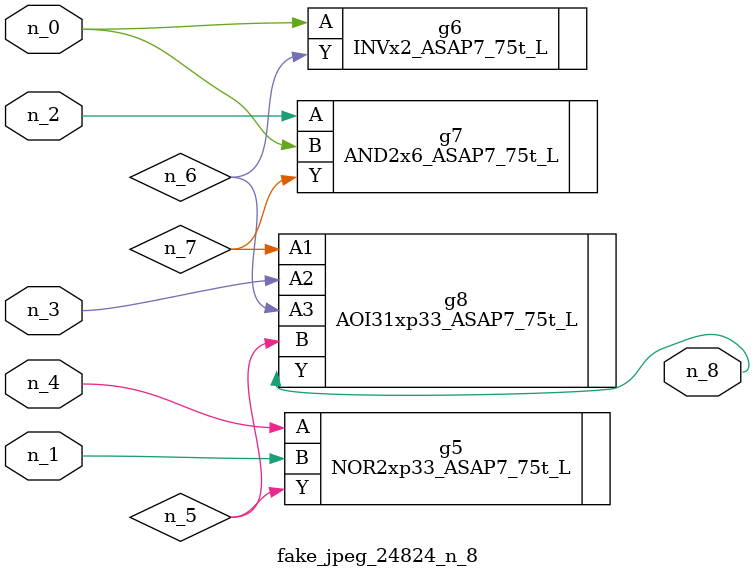
<source format=v>
module fake_jpeg_24824_n_8 (n_3, n_2, n_1, n_0, n_4, n_8);

input n_3;
input n_2;
input n_1;
input n_0;
input n_4;

output n_8;

wire n_6;
wire n_5;
wire n_7;

NOR2xp33_ASAP7_75t_L g5 ( 
.A(n_4),
.B(n_1),
.Y(n_5)
);

INVx2_ASAP7_75t_L g6 ( 
.A(n_0),
.Y(n_6)
);

AND2x6_ASAP7_75t_L g7 ( 
.A(n_2),
.B(n_0),
.Y(n_7)
);

AOI31xp33_ASAP7_75t_L g8 ( 
.A1(n_7),
.A2(n_3),
.A3(n_6),
.B(n_5),
.Y(n_8)
);


endmodule
</source>
